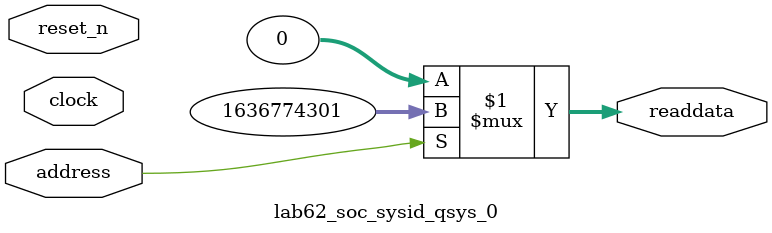
<source format=v>



// synthesis translate_off
`timescale 1ns / 1ps
// synthesis translate_on

// turn off superfluous verilog processor warnings 
// altera message_level Level1 
// altera message_off 10034 10035 10036 10037 10230 10240 10030 

module lab62_soc_sysid_qsys_0 (
               // inputs:
                address,
                clock,
                reset_n,

               // outputs:
                readdata
             )
;

  output  [ 31: 0] readdata;
  input            address;
  input            clock;
  input            reset_n;

  wire    [ 31: 0] readdata;
  //control_slave, which is an e_avalon_slave
  assign readdata = address ? 1636774301 : 0;

endmodule



</source>
